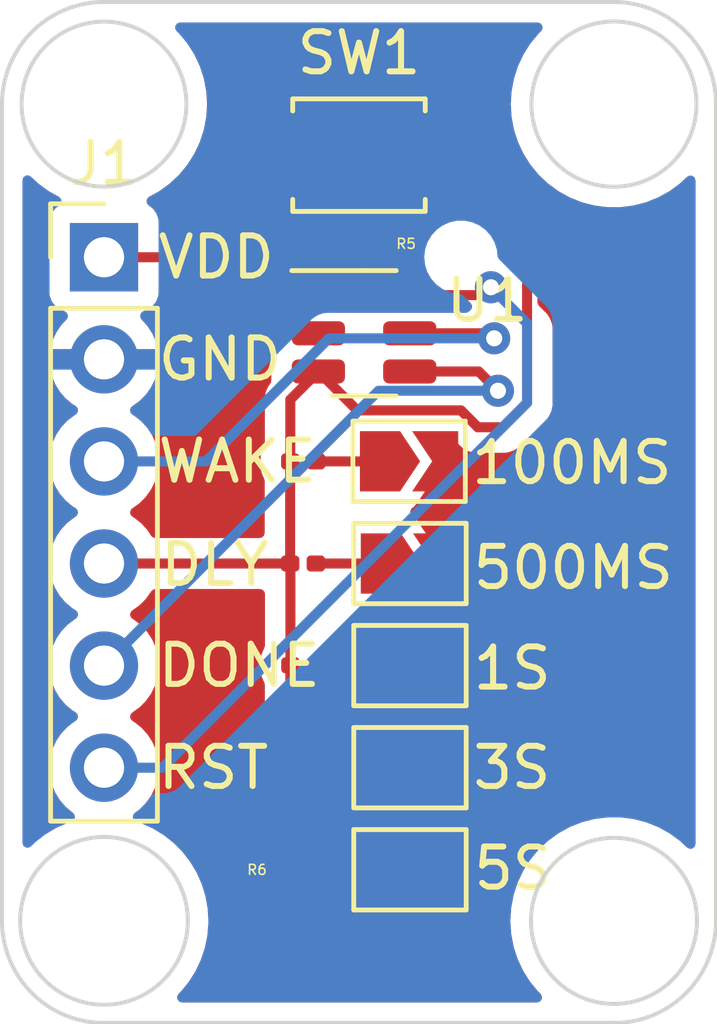
<source format=kicad_pcb>
(kicad_pcb (version 20211014) (generator pcbnew)
  (layers (0 "F.Cu" signal) (31 "B.Cu" signal) (34 "B.Paste" user) (35 "F.Paste" user) (36 "B.SilkS" user "B.Silkscreen") (37 "F.SilkS" user "F.Silkscreen") (38 "B.Mask" user) (39 "F.Mask" user) (44 "Edge.Cuts" user))
  (net 0 "")
  (net 1 "VDD")
  (net 2 "GND")
  (net 3 "WAKE")
  (net 4 "DONE")
  (net 5 "RST")
  (net 6 "Net-(JP1-Pad1)")
  (net 7 "Net-(JP2-Pad1)")
  (net 8 "Net-(JP3-Pad1)")
  (net 9 "Net-(JP4-Pad1)")
  (net 10 "Net-(JP5-Pad1)")
  (net 11 "DELAY{slash}M_RST")
  (footprint "Jumper:SolderJumper-2_P1.3mm_Open_TrianglePad1.0x1.5mm" (layer "F.Cu") (at 140.97 109.22)
    (fp_text reference "JP5" hide)
    (fp_text value "Jumper_2_Open" hide)
    (fp_line (start 1.4 -1) (end 1.4 1) (layer "F.SilkS") (width 0.12))
    (fp_line (start -1.4 1) (end -1.4 -1) (layer "F.SilkS") (width 0.12))
    (fp_line (start 1.4 1) (end -1.4 1) (layer "F.SilkS") (width 0.12))
    (fp_line (start -1.4 -1) (end 1.4 -1) (layer "F.SilkS") (width 0.12))
    (pad "1" smd custom (at -0.725 0) (size 0.3 0.3) (layers "F.Cu" "F.Mask") (net 10 "Net-(JP5-Pad1)") (options (clearance outline) (anchor rect)) (primitives (gr_poly (pts (xy 1 0) (xy 0.5 0.75) (xy -0.5 0.75) (xy -0.5 -0.75) (xy 0.5 -0.75)) (width 0) (fill yes))))
    (pad "2" smd custom (at 0.725 0) (size 0.3 0.3) (layers "F.Cu" "F.Mask") (net 2 "GND") (options (clearance outline) (anchor rect)) (primitives (gr_poly (pts (xy 0.5 0.75) (xy -0.65 0.75) (xy -0.15 0) (xy -0.65 -0.75) (xy 0.5 -0.75)) (width 0) (fill yes))))
  )
  (footprint "Jumper:SolderJumper-2_P1.3mm_Open_TrianglePad1.0x1.5mm" (layer "F.Cu") (at 140.97 104.14)
    (fp_text reference " " hide)
    (fp_text value "Jumper_2_Open" hide)
    (fp_line (start 1.4 1) (end -1.4 1) (layer "F.SilkS") (width 0.12))
    (fp_line (start 1.4 -1) (end 1.4 1) (layer "F.SilkS") (width 0.12))
    (fp_line (start -1.4 -1) (end 1.4 -1) (layer "F.SilkS") (width 0.12))
    (fp_line (start -1.4 1) (end -1.4 -1) (layer "F.SilkS") (width 0.12))
    (pad "1" smd custom (at -0.725 0) (size 0.3 0.3) (layers "F.Cu" "F.Mask") (net 8 "Net-(JP3-Pad1)") (options (clearance outline) (anchor rect)) (primitives (gr_poly (pts (xy 1 0) (xy 0.5 0.75) (xy -0.5 0.75) (xy -0.5 -0.75) (xy 0.5 -0.75)) (width 0) (fill yes))))
    (pad "2" smd custom (at 0.725 0) (size 0.3 0.3) (layers "F.Cu" "F.Mask") (net 2 "GND") (options (clearance outline) (anchor rect)) (primitives (gr_poly (pts (xy 0.5 0.75) (xy -0.65 0.75) (xy -0.15 0) (xy -0.65 -0.75) (xy 0.5 -0.75)) (width 0) (fill yes))))
  )
  (footprint "Resistor_SMD:R_0201_0603Metric" (layer "F.Cu") (at 139.865205 93.634441)
    (fp_text reference "R5" hide)
    (fp_text value "10K" hide)
    (fp_text user "R5" (at 1.008611 0.010992) (layer "F.SilkS") (effects (font (size 0.25 0.25) (thickness 0.04))))
    (pad "1" smd roundrect (at -0.32 0) (size 0.46 0.4) (layers "F.Cu" "F.Mask") (net 1 "VDD"))
    (pad "2" smd roundrect (at 0.32 0) (size 0.46 0.4) (layers "F.Cu" "F.Mask") (net 5 "RST"))
  )
  (footprint "Jumper:SolderJumper-2_P1.3mm_Open_TrianglePad1.0x1.5mm" (layer "F.Cu") (at 140.948256 99.056797)
    (fp_text reference "JP1" hide)
    (fp_text value "Jumper_2_Open" hide)
    (fp_line (start 1.4 -1) (end 1.4 1) (layer "F.SilkS") (width 0.12))
    (fp_line (start 1.4 1) (end -1.4 1) (layer "F.SilkS") (width 0.12))
    (fp_line (start -1.4 -1) (end 1.4 -1) (layer "F.SilkS") (width 0.12))
    (fp_line (start -1.4 1) (end -1.4 -1) (layer "F.SilkS") (width 0.12))
    (pad "1" smd custom (at -0.725 0) (size 0.3 0.3) (layers "F.Cu" "F.Mask") (net 6 "Net-(JP1-Pad1)") (options (clearance outline) (anchor rect)) (primitives (gr_poly (pts (xy 1 0) (xy 0.5 0.75) (xy -0.5 0.75) (xy -0.5 -0.75) (xy 0.5 -0.75)) (width 0) (fill yes))))
    (pad "2" smd custom (at 0.725 0) (size 0.3 0.3) (layers "F.Cu" "F.Mask") (net 2 "GND") (options (clearance outline) (anchor rect)) (primitives (gr_poly (pts (xy 0.5 0.75) (xy -0.65 0.75) (xy -0.15 0) (xy -0.65 -0.75) (xy 0.5 -0.75)) (width 0) (fill yes))))
  )
  (footprint "Package_TO_SOT_SMD:SOT-23-6" (layer "F.Cu") (at 139.827047 95.872534)
    (fp_text reference "U1" (at 3.063521 -0.814665) (layer "F.SilkS"))
    (fp_text value "TPL5010" hide)
    (fp_line (start 0 -1.56) (end -1.8 -1.56) (layer "F.SilkS") (width 0.12))
    (fp_line (start 0 1.56) (end -0.8 1.56) (layer "F.SilkS") (width 0.12))
    (fp_line (start 0 -1.56) (end 0.8 -1.56) (layer "F.SilkS") (width 0.12))
    (fp_line (start 0 1.56) (end 0.8 1.56) (layer "F.SilkS") (width 0.12))
    (pad "1" smd roundrect (at -1.1375 -0.95) (size 1.325 0.6) (layers "F.Cu" "F.Paste" "F.Mask") (net 1 "VDD"))
    (pad "2" smd roundrect (at -1.1375 0) (size 1.325 0.6) (layers "F.Cu" "F.Paste" "F.Mask") (net 2 "GND"))
    (pad "3" smd roundrect (at -1.1375 0.95) (size 1.325 0.6) (layers "F.Cu" "F.Paste" "F.Mask") (net 11 "DELAY{slash}M_RST"))
    (pad "4" smd roundrect (at 1.1375 0.95) (size 1.325 0.6) (layers "F.Cu" "F.Paste" "F.Mask") (net 4 "DONE"))
    (pad "5" smd roundrect (at 1.1375 0) (size 1.325 0.6) (layers "F.Cu" "F.Paste" "F.Mask") (net 3 "WAKE"))
    (pad "6" smd roundrect (at 1.1375 -0.95) (size 1.325 0.6) (layers "F.Cu" "F.Paste" "F.Mask") (net 5 "RST"))
  )
  (footprint "Resistor_SMD:R_0201_0603Metric" (layer "F.Cu") (at 138.305855 101.6)
    (fp_text reference "500MS" (at 6.732614 0.105827) (layer "F.SilkS"))
    (fp_text value "2.5K")
    (pad "1" smd roundrect (at -0.32 0) (size 0.46 0.4) (layers "F.Cu" "F.Mask") (net 11 "DELAY{slash}M_RST"))
    (pad "2" smd roundrect (at 0.32 0) (size 0.46 0.4) (layers "F.Cu" "F.Mask") (net 7 "Net-(JP2-Pad1)"))
  )
  (footprint "Resistor_SMD:R_0201_0603Metric" (layer "F.Cu") (at 138.344766 109.231368)
    (fp_text reference "5S" (at 5.186978 -0.046284) (layer "F.SilkS"))
    (fp_text value "8.85K" hide)
    (fp_text user "R6" (at -1.184766 -0.011368) (layer "F.SilkS") (effects (font (size 0.25 0.25) (thickness 0.04))))
    (pad "1" smd roundrect (at -0.32 0) (size 0.46 0.4) (layers "F.Cu" "F.Mask") (net 11 "DELAY{slash}M_RST"))
    (pad "2" smd roundrect (at 0.32 0) (size 0.46 0.4) (layers "F.Cu" "F.Mask") (net 10 "Net-(JP5-Pad1)"))
  )
  (footprint "Connector_PinHeader_2.54mm:PinHeader_1x06_P2.54mm_Vertical" (layer "F.Cu") (at 133.35 93.98)
    (fp_text reference "J1" (at 0 -2.33) (layer "F.SilkS"))
    (fp_text value "Conn_01x06")
    (fp_line (start 1.33 1.27) (end 1.33 14.03) (layer "F.SilkS") (width 0.12))
    (fp_line (start -1.33 0) (end -1.33 -1.33) (layer "F.SilkS") (width 0.12))
    (fp_line (start -1.33 14.03) (end 1.33 14.03) (layer "F.SilkS") (width 0.12))
    (fp_line (start -1.33 1.27) (end 1.33 1.27) (layer "F.SilkS") (width 0.12))
    (fp_line (start -1.33 -1.33) (end 0 -1.33) (layer "F.SilkS") (width 0.12))
    (fp_line (start -1.33 1.27) (end -1.33 14.03) (layer "F.SilkS") (width 0.12))
    (pad "1" thru_hole rect (at 0 0) (size 1.7 1.7) (drill 1) (layers *.Cu *.Mask) (net 1 "VDD"))
    (pad "2" thru_hole oval (at 0 2.54) (size 1.7 1.7) (drill 1) (layers *.Cu *.Mask) (net 2 "GND"))
    (pad "3" thru_hole oval (at 0 5.08) (size 1.7 1.7) (drill 1) (layers *.Cu *.Mask) (net 3 "WAKE"))
    (pad "4" thru_hole oval (at 0 7.62) (size 1.7 1.7) (drill 1) (layers *.Cu *.Mask) (net 11 "DELAY{slash}M_RST"))
    (pad "5" thru_hole oval (at 0 10.16) (size 1.7 1.7) (drill 1) (layers *.Cu *.Mask) (net 4 "DONE"))
    (pad "6" thru_hole oval (at 0 12.7) (size 1.7 1.7) (drill 1) (layers *.Cu *.Mask) (net 5 "RST"))
  )
  (footprint "Jumper:SolderJumper-2_P1.3mm_Open_TrianglePad1.0x1.5mm" (layer "F.Cu") (at 140.97 106.68)
    (fp_text reference "JP4" hide)
    (fp_text value "Jumper_2_Open" hide)
    (fp_line (start 1.4 1) (end -1.4 1) (layer "F.SilkS") (width 0.12))
    (fp_line (start -1.4 1) (end -1.4 -1) (layer "F.SilkS") (width 0.12))
    (fp_line (start 1.4 -1) (end 1.4 1) (layer "F.SilkS") (width 0.12))
    (fp_line (start -1.4 -1) (end 1.4 -1) (layer "F.SilkS") (width 0.12))
    (pad "1" smd custom (at -0.725 0) (size 0.3 0.3) (layers "F.Cu" "F.Mask") (net 9 "Net-(JP4-Pad1)") (options (clearance outline) (anchor rect)) (primitives (gr_poly (pts (xy 1 0) (xy 0.5 0.75) (xy -0.5 0.75) (xy -0.5 -0.75) (xy 0.5 -0.75)) (width 0) (fill yes))))
    (pad "2" smd custom (at 0.725 0) (size 0.3 0.3) (layers "F.Cu" "F.Mask") (net 2 "GND") (options (clearance outline) (anchor rect)) (primitives (gr_poly (pts (xy 0.5 0.75) (xy -0.65 0.75) (xy -0.15 0) (xy -0.65 -0.75) (xy 0.5 -0.75)) (width 0) (fill yes))))
  )
  (footprint "Jumper:SolderJumper-2_P1.3mm_Open_TrianglePad1.0x1.5mm" (layer "F.Cu") (at 140.97 101.6)
    (fp_text reference "JP2" hide)
    (fp_text value "Jumper_2_Open" hide)
    (fp_line (start 1.4 1) (end -1.4 1) (layer "F.SilkS") (width 0.12))
    (fp_line (start 1.4 -1) (end 1.4 1) (layer "F.SilkS") (width 0.12))
    (fp_line (start -1.4 1) (end -1.4 -1) (layer "F.SilkS") (width 0.12))
    (fp_line (start -1.4 -1) (end 1.4 -1) (layer "F.SilkS") (width 0.12))
    (pad "1" smd custom (at -0.725 0) (size 0.3 0.3) (layers "F.Cu" "F.Mask") (net 7 "Net-(JP2-Pad1)") (options (clearance outline) (anchor rect)) (primitives (gr_poly (pts (xy 1 0) (xy 0.5 0.75) (xy -0.5 0.75) (xy -0.5 -0.75) (xy 0.5 -0.75)) (width 0) (fill yes))))
    (pad "2" smd custom (at 0.725 0) (size 0.3 0.3) (layers "F.Cu" "F.Mask") (net 2 "GND") (options (clearance outline) (anchor rect)) (primitives (gr_poly (pts (xy 0.5 0.75) (xy -0.65 0.75) (xy -0.15 0) (xy -0.65 -0.75) (xy 0.5 -0.75)) (width 0) (fill yes))))
  )
  (footprint "Button_Switch_SMD:SW_SPST_B3U-1000P" (layer "F.Cu") (at 139.7 91.44 180)
    (fp_text reference "SW1" (at 0 2.54) (layer "F.SilkS"))
    (fp_text value "SW_Push" hide)
    (fp_line (start -1.65 1.4) (end 1.65 1.4) (layer "F.SilkS") (width 0.12))
    (fp_line (start 1.65 1.4) (end 1.65 1.1) (layer "F.SilkS") (width 0.12))
    (fp_line (start -1.65 -1.1) (end -1.65 -1.4) (layer "F.SilkS") (width 0.12))
    (fp_line (start -1.65 1.1) (end -1.65 1.4) (layer "F.SilkS") (width 0.12))
    (fp_line (start -1.65 -1.4) (end 1.65 -1.4) (layer "F.SilkS") (width 0.12))
    (fp_line (start 1.65 -1.4) (end 1.65 -1.1) (layer "F.SilkS") (width 0.12))
    (pad "1" smd rect (at -1.7 0 180) (size 0.9 1.7) (layers "F.Cu" "F.Paste" "F.Mask") (net 11 "DELAY{slash}M_RST"))
    (pad "2" smd rect (at 1.7 0 180) (size 0.9 1.7) (layers "F.Cu" "F.Paste" "F.Mask") (net 1 "VDD"))
  )
  (footprint "Resistor_SMD:R_0201_0603Metric" (layer "F.Cu") (at 138.312651 104.13173)
    (fp_text reference "1S" (at 5.204145 0.07547) (layer "F.SilkS"))
    (fp_text value "5.2K")
    (pad "1" smd roundrect (at -0.32 0) (size 0.46 0.4) (layers "F.Cu" "F.Mask") (net 11 "DELAY{slash}M_RST"))
    (pad "2" smd roundrect (at 0.32 0) (size 0.46 0.4) (layers "F.Cu" "F.Mask") (net 8 "Net-(JP3-Pad1)"))
  )
  (footprint "Resistor_SMD:R_0201_0603Metric" (layer "F.Cu") (at 138.310236 106.687314)
    (fp_text reference "3S" (at 5.199764 -0.007314) (layer "F.SilkS"))
    (fp_text value "7.628K")
    (pad "1" smd roundrect (at -0.32 0) (size 0.46 0.4) (layers "F.Cu" "F.Mask") (net 11 "DELAY{slash}M_RST"))
    (pad "2" smd roundrect (at 0.32 0) (size 0.46 0.4) (layers "F.Cu" "F.Mask") (net 9 "Net-(JP4-Pad1)"))
  )
  (footprint "Resistor_SMD:R_0201_0603Metric" (layer "F.Cu") (at 138.310236 99.06)
    (fp_text reference "100MS" (at 6.692957 0.035422) (layer "F.SilkS"))
    (fp_text value "500")
    (pad "1" smd roundrect (at -0.32 0) (size 0.46 0.4) (layers "F.Cu" "F.Mask") (net 11 "DELAY{slash}M_RST"))
    (pad "2" smd roundrect (at 0.32 0) (size 0.46 0.4) (layers "F.Cu" "F.Mask") (net 6 "Net-(JP1-Pad1)"))
  )
  (gr_circle (center 146.05 90.17) (end 147.570141 91.55437) (layer "Edge.Cuts") (width 0.1) (fill none))
  (gr_line (start 148.59 110.49) (end 148.59 91.44) (layer "Edge.Cuts") (width 0.1))
  (gr_arc (start 130.81 90.17) (mid 131.553949 88.373949) (end 133.35 87.63) (layer "Edge.Cuts") (width 0.1))
  (gr_line (start 146.05 113.03) (end 133.35 113.03) (layer "Edge.Cuts") (width 0.1))
  (gr_line (start 148.59 91.44) (end 148.59 90.17) (layer "Edge.Cuts") (width 0.1))
  (gr_arc (start 146.05 87.63) (mid 147.846051 88.373949) (end 148.59 90.17) (layer "Edge.Cuts") (width 0.1))
  (gr_line (start 130.81 90.17) (end 130.81 110.49) (layer "Edge.Cuts") (width 0.1))
  (gr_arc (start 148.59 110.49) (mid 147.846051 112.286051) (end 146.05 113.03) (layer "Edge.Cuts") (width 0.1))
  (gr_circle (center 146.05 110.49) (end 144.93682 112.230811) (layer "Edge.Cuts") (width 0.1) (fill none))
  (gr_circle (center 133.35 90.17) (end 135.208165 91.042336) (layer "Edge.Cuts") (width 0.1) (fill none))
  (gr_circle (center 133.35 110.49) (end 133.915887 112.49902) (layer "Edge.Cuts") (width 0.1) (fill none))
  (gr_arc (start 133.35 113.03) (mid 131.553949 112.286051) (end 130.81 110.49) (layer "Edge.Cuts") (width 0.1))
  (gr_line (start 146.05 87.63) (end 133.35 87.63) (layer "Edge.Cuts") (width 0.1))
  (gr_text "DONE\n" (at 134.62 104.14) (layer "F.SilkS") (effects (font (size 1 1)) (justify left)))
  (gr_text "VDD" (at 134.62 93.98) (layer "F.SilkS") (effects (font (size 1 1)) (justify left)))
  (gr_text "RST" (at 134.62 106.68) (layer "F.SilkS") (effects (font (size 1 1)) (justify left)))
  (gr_text "WAKE" (at 134.62 99.06) (layer "F.SilkS") (effects (font (size 1 1)) (justify left)))
  (gr_text "DLY" (at 134.68 101.63) (layer "F.SilkS") (effects (font (size 1 1)) (justify left)))
  (gr_text "GND" (at 134.62 96.52) (layer "F.SilkS") (effects (font (size 1 1)) (justify left)))
  (segment (start 138.689547 94.922534) (end 138.689547 94.490099) (width 0.25) (layer "F.Cu") (net 1))
  (segment (start 138.689547 94.490099) (end 139.545205 93.634441) (width 0.25) (layer "F.Cu") (net 1))
  (segment (start 138 92.089236) (end 139.545205 93.634441) (width 0.25) (layer "F.Cu") (net 1))
  (segment (start 138 91.44) (end 138 92.089236) (width 0.25) (layer "F.Cu") (net 1))
  (segment (start 133.35 93.98) (end 135.46 93.98) (width 0.25) (layer "F.Cu") (net 1))
  (segment (start 135.46 93.98) (end 138 91.44) (width 0.25) (layer "F.Cu") (net 1))
  (segment (start 142.942112 95.872534) (end 143.067246 95.997668) (width 0.25) (layer "F.Cu") (net 3))
  (segment (start 140.964547 95.872534) (end 142.942112 95.872534) (width 0.25) (layer "F.Cu") (net 3))
  (via (at 143.067246 95.997668) (size 0.8) (drill 0.4) (layers "F.Cu" "B.Cu") (net 3))
  (segment (start 138.952332 95.997668) (end 135.89 99.06) (width 0.25) (layer "B.Cu") (net 3))
  (segment (start 143.067246 95.997668) (end 138.952332 95.997668) (width 0.25) (layer "B.Cu") (net 3))
  (segment (start 135.89 99.06) (end 133.35 99.06) (width 0.25) (layer "B.Cu") (net 3))
  (segment (start 142.682228 96.822534) (end 143.16143 97.301736) (width 0.25) (layer "F.Cu") (net 4))
  (segment (start 140.964547 96.822534) (end 142.682228 96.822534) (width 0.25) (layer "F.Cu") (net 4))
  (via (at 143.16143 97.301736) (size 0.8) (drill 0.4) (layers "F.Cu" "B.Cu") (net 4))
  (segment (start 143.16143 97.301736) (end 140.188264 97.301736) (width 0.25) (layer "B.Cu") (net 4))
  (segment (start 140.188264 97.301736) (end 133.35 104.14) (width 0.25) (layer "B.Cu") (net 4))
  (segment (start 142.790732 94.922534) (end 140.964547 94.922534) (width 0.25) (layer "F.Cu") (net 5))
  (segment (start 142.986633 94.726633) (end 142.790732 94.922534) (width 0.25) (layer "F.Cu") (net 5))
  (segment (start 140.964547 94.413783) (end 140.185205 93.634441) (width 0.25) (layer "F.Cu") (net 5))
  (segment (start 140.964547 94.922534) (end 140.964547 94.413783) (width 0.25) (layer "F.Cu") (net 5))
  (via (at 142.986633 94.726633) (size 0.8) (drill 0.4) (layers "F.Cu" "B.Cu") (net 5))
  (segment (start 134.808471 106.68) (end 133.35 106.68) (width 0.25) (layer "B.Cu") (net 5))
  (segment (start 142.986633 94.726633) (end 143.88643 95.62643) (width 0.25) (layer "B.Cu") (net 5))
  (segment (start 143.88643 97.602041) (end 134.808471 106.68) (width 0.25) (layer "B.Cu") (net 5))
  (segment (start 143.88643 95.62643) (end 143.88643 97.602041) (width 0.25) (layer "B.Cu") (net 5))
  (segment (start 138.630236 99.06) (end 140.220053 99.06) (width 0.25) (layer "F.Cu") (net 6))
  (segment (start 140.220053 99.06) (end 140.223256 99.056797) (width 0.25) (layer "F.Cu") (net 6))
  (segment (start 138.625855 101.6) (end 140.245 101.6) (width 0.25) (layer "F.Cu") (net 7))
  (segment (start 140.23673 104.13173) (end 140.245 104.14) (width 0.25) (layer "F.Cu") (net 8))
  (segment (start 138.632651 104.13173) (end 140.23673 104.13173) (width 0.25) (layer "F.Cu") (net 8))
  (segment (start 140.237686 106.687314) (end 140.245 106.68) (width 0.25) (layer "F.Cu") (net 9))
  (segment (start 138.630236 106.687314) (end 140.237686 106.687314) (width 0.25) (layer "F.Cu") (net 9))
  (segment (start 140.233632 109.231368) (end 140.245 109.22) (width 0.25) (layer "F.Cu") (net 10))
  (segment (start 138.664766 109.231368) (end 140.233632 109.231368) (width 0.25) (layer "F.Cu") (net 10))
  (segment (start 143.88643 93.92643) (end 143.88643 97.602041) (width 0.25) (layer "F.Cu") (net 11))
  (segment (start 142.24 97.79) (end 139.657013 97.79) (width 0.25) (layer "F.Cu") (net 11))
  (segment (start 138.024766 109.231368) (end 137.990236 109.196838) (width 0.25) (layer "F.Cu") (net 11))
  (segment (start 137.990236 106.687314) (end 137.990236 104.134145) (width 0.25) (layer "F.Cu") (net 11))
  (segment (start 137.990236 97.521845) (end 138.689547 96.822534) (width 0.25) (layer "F.Cu") (net 11))
  (segment (start 143.278175 98.210296) (end 142.660296 98.210296) (width 0.25) (layer "F.Cu") (net 11))
  (segment (start 137.985855 99.064381) (end 137.985855 101.6) (width 0.25) (layer "F.Cu") (net 11))
  (segment (start 137.990236 99.06) (end 137.990236 97.521845) (width 0.25) (layer "F.Cu") (net 11))
  (segment (start 137.992651 104.13173) (end 137.992651 101.606796) (width 0.25) (layer "F.Cu") (net 11))
  (segment (start 137.990236 101.595619) (end 137.985855 101.6) (width 0.25) (layer "F.Cu") (net 11))
  (segment (start 137.990236 109.196838) (end 137.990236 106.687314) (width 0.25) (layer "F.Cu") (net 11))
  (segment (start 137.992651 101.606796) (end 137.985855 101.6) (width 0.25) (layer "F.Cu") (net 11))
  (segment (start 139.657013 97.79) (end 138.689547 96.822534) (width 0.25) (layer "F.Cu") (net 11))
  (segment (start 143.88643 97.602041) (end 143.278175 98.210296) (width 0.25) (layer "F.Cu") (net 11))
  (segment (start 137.990236 99.06) (end 137.985855 99.064381) (width 0.25) (layer "F.Cu") (net 11))
  (segment (start 133.35 101.6) (end 137.985855 101.6) (width 0.25) (layer "F.Cu") (net 11))
  (segment (start 137.990236 104.134145) (end 137.992651 104.13173) (width 0.25) (layer "F.Cu") (net 11))
  (segment (start 142.660296 98.210296) (end 142.24 97.79) (width 0.25) (layer "F.Cu") (net 11))
  (segment (start 141.4 91.44) (end 143.88643 93.92643) (width 0.25) (layer "F.Cu") (net 11))
  (zone (net 2) (net_name "GND") (layers F&B.Cu) (connect_pads (clearance 0.508)) (min_thickness 0.254) (fill yes (thermal_gap 0.508) (thermal_bridge_width 0.508))
    (polygon (pts (xy 148.59 113.03) (xy 130.81 113.03) (xy 130.81 87.63) (xy 148.59 87.63)))
  )
)
</source>
